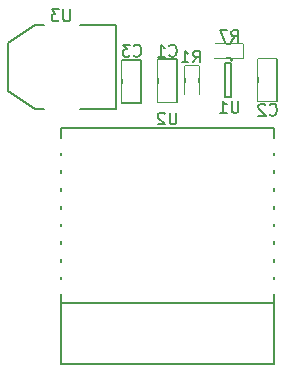
<source format=gbo>
G04 #@! TF.FileFunction,Legend,Bot*
%FSLAX46Y46*%
G04 Gerber Fmt 4.6, Leading zero omitted, Abs format (unit mm)*
G04 Created by KiCad (PCBNEW 4.0.1-stable) date 2016年01月16日土曜日 22:54:58*
%MOMM*%
G01*
G04 APERTURE LIST*
%ADD10C,0.100000*%
%ADD11C,0.150000*%
%ADD12R,2.400000X1.300000*%
%ADD13R,1.550000X1.550000*%
%ADD14R,1.300000X1.050000*%
%ADD15R,1.050000X1.300000*%
%ADD16C,2.000000*%
%ADD17R,1.460000X1.050000*%
%ADD18R,2.432000X4.057600*%
%ADD19R,2.432000X1.416000*%
%ADD20C,1.200000*%
G04 APERTURE END LIST*
D10*
D11*
X129500000Y-99800000D02*
X147500000Y-99800000D01*
X129500000Y-85000000D02*
X147500000Y-85000000D01*
X147500000Y-85000000D02*
X147500000Y-105000000D01*
X147500000Y-105000000D02*
X129500000Y-105000000D01*
X129500000Y-105000000D02*
X129500000Y-85000000D01*
X139300000Y-82800000D02*
X137700000Y-82800000D01*
X137700000Y-82800000D02*
X137700000Y-79200000D01*
X137700000Y-79200000D02*
X139300000Y-79200000D01*
X139300000Y-79200000D02*
X139300000Y-82800000D01*
X147750000Y-82750000D02*
X146150000Y-82750000D01*
X146150000Y-82750000D02*
X146150000Y-79150000D01*
X146150000Y-79150000D02*
X147750000Y-79150000D01*
X147750000Y-79150000D02*
X147750000Y-82750000D01*
X136250000Y-82850000D02*
X134650000Y-82850000D01*
X134650000Y-82850000D02*
X134650000Y-79250000D01*
X134650000Y-79250000D02*
X136250000Y-79250000D01*
X136250000Y-79250000D02*
X136250000Y-82850000D01*
X141150000Y-82150000D02*
X139950000Y-82150000D01*
X139950000Y-82150000D02*
X139950000Y-79750000D01*
X139950000Y-79750000D02*
X141150000Y-79750000D01*
X141150000Y-79750000D02*
X141150000Y-82150000D01*
X144900000Y-77900000D02*
X144900000Y-79100000D01*
X144900000Y-79100000D02*
X142500000Y-79100000D01*
X142500000Y-79100000D02*
X142500000Y-77900000D01*
X142500000Y-77900000D02*
X144900000Y-77900000D01*
X144050000Y-79250000D02*
G75*
G03X144050000Y-79250000I-100000J0D01*
G01*
X143400000Y-79500000D02*
X143900000Y-79500000D01*
X143400000Y-82400000D02*
X143400000Y-79500000D01*
X143900000Y-82400000D02*
X143400000Y-82400000D01*
X143900000Y-79500000D02*
X143900000Y-82400000D01*
X131074000Y-76294000D02*
X134122000Y-76294000D01*
X134122000Y-76294000D02*
X134122000Y-83406000D01*
X134122000Y-83406000D02*
X131074000Y-83406000D01*
X128026000Y-76294000D02*
X127264000Y-76294000D01*
X127264000Y-76294000D02*
X124978000Y-77818000D01*
X124978000Y-77818000D02*
X124978000Y-81882000D01*
X124978000Y-81882000D02*
X127264000Y-83406000D01*
X127264000Y-83406000D02*
X128026000Y-83406000D01*
X139261905Y-83702381D02*
X139261905Y-84511905D01*
X139214286Y-84607143D01*
X139166667Y-84654762D01*
X139071429Y-84702381D01*
X138880952Y-84702381D01*
X138785714Y-84654762D01*
X138738095Y-84607143D01*
X138690476Y-84511905D01*
X138690476Y-83702381D01*
X138261905Y-83797619D02*
X138214286Y-83750000D01*
X138119048Y-83702381D01*
X137880952Y-83702381D01*
X137785714Y-83750000D01*
X137738095Y-83797619D01*
X137690476Y-83892857D01*
X137690476Y-83988095D01*
X137738095Y-84130952D01*
X138309524Y-84702381D01*
X137690476Y-84702381D01*
X138666666Y-78857143D02*
X138714285Y-78904762D01*
X138857142Y-78952381D01*
X138952380Y-78952381D01*
X139095238Y-78904762D01*
X139190476Y-78809524D01*
X139238095Y-78714286D01*
X139285714Y-78523810D01*
X139285714Y-78380952D01*
X139238095Y-78190476D01*
X139190476Y-78095238D01*
X139095238Y-78000000D01*
X138952380Y-77952381D01*
X138857142Y-77952381D01*
X138714285Y-78000000D01*
X138666666Y-78047619D01*
X137714285Y-78952381D02*
X138285714Y-78952381D01*
X138000000Y-78952381D02*
X138000000Y-77952381D01*
X138095238Y-78095238D01*
X138190476Y-78190476D01*
X138285714Y-78238095D01*
X147166666Y-83857143D02*
X147214285Y-83904762D01*
X147357142Y-83952381D01*
X147452380Y-83952381D01*
X147595238Y-83904762D01*
X147690476Y-83809524D01*
X147738095Y-83714286D01*
X147785714Y-83523810D01*
X147785714Y-83380952D01*
X147738095Y-83190476D01*
X147690476Y-83095238D01*
X147595238Y-83000000D01*
X147452380Y-82952381D01*
X147357142Y-82952381D01*
X147214285Y-83000000D01*
X147166666Y-83047619D01*
X146785714Y-83047619D02*
X146738095Y-83000000D01*
X146642857Y-82952381D01*
X146404761Y-82952381D01*
X146309523Y-83000000D01*
X146261904Y-83047619D01*
X146214285Y-83142857D01*
X146214285Y-83238095D01*
X146261904Y-83380952D01*
X146833333Y-83952381D01*
X146214285Y-83952381D01*
X135666666Y-78857143D02*
X135714285Y-78904762D01*
X135857142Y-78952381D01*
X135952380Y-78952381D01*
X136095238Y-78904762D01*
X136190476Y-78809524D01*
X136238095Y-78714286D01*
X136285714Y-78523810D01*
X136285714Y-78380952D01*
X136238095Y-78190476D01*
X136190476Y-78095238D01*
X136095238Y-78000000D01*
X135952380Y-77952381D01*
X135857142Y-77952381D01*
X135714285Y-78000000D01*
X135666666Y-78047619D01*
X135333333Y-77952381D02*
X134714285Y-77952381D01*
X135047619Y-78333333D01*
X134904761Y-78333333D01*
X134809523Y-78380952D01*
X134761904Y-78428571D01*
X134714285Y-78523810D01*
X134714285Y-78761905D01*
X134761904Y-78857143D01*
X134809523Y-78904762D01*
X134904761Y-78952381D01*
X135190476Y-78952381D01*
X135285714Y-78904762D01*
X135333333Y-78857143D01*
X140666666Y-79452381D02*
X141000000Y-78976190D01*
X141238095Y-79452381D02*
X141238095Y-78452381D01*
X140857142Y-78452381D01*
X140761904Y-78500000D01*
X140714285Y-78547619D01*
X140666666Y-78642857D01*
X140666666Y-78785714D01*
X140714285Y-78880952D01*
X140761904Y-78928571D01*
X140857142Y-78976190D01*
X141238095Y-78976190D01*
X139714285Y-79452381D02*
X140285714Y-79452381D01*
X140000000Y-79452381D02*
X140000000Y-78452381D01*
X140095238Y-78595238D01*
X140190476Y-78690476D01*
X140285714Y-78738095D01*
X143916666Y-77702381D02*
X144250000Y-77226190D01*
X144488095Y-77702381D02*
X144488095Y-76702381D01*
X144107142Y-76702381D01*
X144011904Y-76750000D01*
X143964285Y-76797619D01*
X143916666Y-76892857D01*
X143916666Y-77035714D01*
X143964285Y-77130952D01*
X144011904Y-77178571D01*
X144107142Y-77226190D01*
X144488095Y-77226190D01*
X143583333Y-76702381D02*
X142916666Y-76702381D01*
X143345238Y-77702381D01*
X144511905Y-82702381D02*
X144511905Y-83511905D01*
X144464286Y-83607143D01*
X144416667Y-83654762D01*
X144321429Y-83702381D01*
X144130952Y-83702381D01*
X144035714Y-83654762D01*
X143988095Y-83607143D01*
X143940476Y-83511905D01*
X143940476Y-82702381D01*
X142940476Y-83702381D02*
X143511905Y-83702381D01*
X143226191Y-83702381D02*
X143226191Y-82702381D01*
X143321429Y-82845238D01*
X143416667Y-82940476D01*
X143511905Y-82988095D01*
X130261905Y-74952381D02*
X130261905Y-75761905D01*
X130214286Y-75857143D01*
X130166667Y-75904762D01*
X130071429Y-75952381D01*
X129880952Y-75952381D01*
X129785714Y-75904762D01*
X129738095Y-75857143D01*
X129690476Y-75761905D01*
X129690476Y-74952381D01*
X129309524Y-74952381D02*
X128690476Y-74952381D01*
X129023810Y-75333333D01*
X128880952Y-75333333D01*
X128785714Y-75380952D01*
X128738095Y-75428571D01*
X128690476Y-75523810D01*
X128690476Y-75761905D01*
X128738095Y-75857143D01*
X128785714Y-75904762D01*
X128880952Y-75952381D01*
X129166667Y-75952381D01*
X129261905Y-75904762D01*
X129309524Y-75857143D01*
%LPC*%
D12*
X129500000Y-98500000D03*
X129500000Y-97000000D03*
X129500000Y-95500000D03*
X129500000Y-94000000D03*
X129500000Y-92500000D03*
X129500000Y-91000000D03*
X129500000Y-89500000D03*
X129500000Y-88000000D03*
X129500000Y-86500000D03*
X147500000Y-86500000D03*
X147500000Y-88000000D03*
X147500000Y-89500000D03*
X147500000Y-91000000D03*
X147500000Y-92500000D03*
X147500000Y-94000000D03*
X147500000Y-95500000D03*
X147500000Y-97000000D03*
X147500000Y-98500000D03*
D13*
X138500000Y-82000000D03*
X138500000Y-80000000D03*
X146950000Y-81950000D03*
X146950000Y-79950000D03*
X135450000Y-82050000D03*
X135450000Y-80050000D03*
D14*
X140550000Y-81675000D03*
X140550000Y-80225000D03*
D15*
X144425000Y-78500000D03*
X142975000Y-78500000D03*
D16*
X150000000Y-82000000D03*
X150000000Y-79460000D03*
X150000000Y-84540000D03*
D17*
X144750000Y-80000000D03*
X144750000Y-80950000D03*
X144750000Y-81900000D03*
X142550000Y-81900000D03*
X142550000Y-80000000D03*
D18*
X126248000Y-79850000D03*
D19*
X132852000Y-79850000D03*
X132852000Y-82136000D03*
X132852000Y-77564000D03*
D20*
X150500000Y-87460000D03*
X150500000Y-88730000D03*
X150500000Y-90000000D03*
X150500000Y-91270000D03*
X150500000Y-92540000D03*
M02*

</source>
